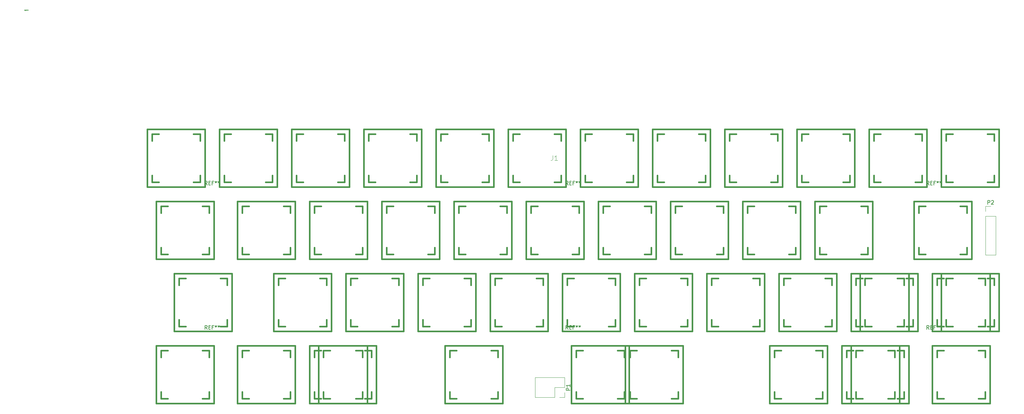
<source format=gbr>
G04 #@! TF.FileFunction,Legend,Top*
%FSLAX46Y46*%
G04 Gerber Fmt 4.6, Leading zero omitted, Abs format (unit mm)*
G04 Created by KiCad (PCBNEW 4.0.6) date 05/07/17 15:54:07*
%MOMM*%
%LPD*%
G01*
G04 APERTURE LIST*
%ADD10C,0.100000*%
%ADD11C,0.381000*%
%ADD12C,0.120000*%
%ADD13C,0.050000*%
%ADD14C,0.150000*%
%ADD15C,0.088900*%
G04 APERTURE END LIST*
D10*
D11*
X157793750Y-103025000D02*
X156015750Y-103025000D01*
X146871750Y-103025000D02*
X145093750Y-103025000D01*
X145093750Y-103025000D02*
X145093750Y-101247000D01*
X145093750Y-92103000D02*
X145093750Y-90325000D01*
X145093750Y-90325000D02*
X146871750Y-90325000D01*
X156015750Y-90325000D02*
X157793750Y-90325000D01*
X157793750Y-90325000D02*
X157793750Y-92103000D01*
X157793750Y-101247000D02*
X157793750Y-103025000D01*
X66195000Y-47145000D02*
X50955000Y-47145000D01*
X50955000Y-47145000D02*
X50955000Y-31905000D01*
X50955000Y-31905000D02*
X66195000Y-31905000D01*
X66195000Y-31905000D02*
X66195000Y-47145000D01*
X104295000Y-47145000D02*
X89055000Y-47145000D01*
X89055000Y-47145000D02*
X89055000Y-31905000D01*
X89055000Y-31905000D02*
X104295000Y-31905000D01*
X104295000Y-31905000D02*
X104295000Y-47145000D01*
X123345000Y-47145000D02*
X108105000Y-47145000D01*
X108105000Y-47145000D02*
X108105000Y-31905000D01*
X108105000Y-31905000D02*
X123345000Y-31905000D01*
X123345000Y-31905000D02*
X123345000Y-47145000D01*
X142395000Y-47145000D02*
X127155000Y-47145000D01*
X127155000Y-47145000D02*
X127155000Y-31905000D01*
X127155000Y-31905000D02*
X142395000Y-31905000D01*
X142395000Y-31905000D02*
X142395000Y-47145000D01*
X161445000Y-47145000D02*
X146205000Y-47145000D01*
X146205000Y-47145000D02*
X146205000Y-31905000D01*
X146205000Y-31905000D02*
X161445000Y-31905000D01*
X161445000Y-31905000D02*
X161445000Y-47145000D01*
X180495000Y-47145000D02*
X165255000Y-47145000D01*
X165255000Y-47145000D02*
X165255000Y-31905000D01*
X165255000Y-31905000D02*
X180495000Y-31905000D01*
X180495000Y-31905000D02*
X180495000Y-47145000D01*
X199545000Y-47145000D02*
X184305000Y-47145000D01*
X184305000Y-47145000D02*
X184305000Y-31905000D01*
X184305000Y-31905000D02*
X199545000Y-31905000D01*
X199545000Y-31905000D02*
X199545000Y-47145000D01*
X218595000Y-47145000D02*
X203355000Y-47145000D01*
X203355000Y-47145000D02*
X203355000Y-31905000D01*
X203355000Y-31905000D02*
X218595000Y-31905000D01*
X218595000Y-31905000D02*
X218595000Y-47145000D01*
X237645000Y-47145000D02*
X222405000Y-47145000D01*
X222405000Y-47145000D02*
X222405000Y-31905000D01*
X222405000Y-31905000D02*
X237645000Y-31905000D01*
X237645000Y-31905000D02*
X237645000Y-47145000D01*
X256695000Y-47145000D02*
X241455000Y-47145000D01*
X241455000Y-47145000D02*
X241455000Y-31905000D01*
X241455000Y-31905000D02*
X256695000Y-31905000D01*
X256695000Y-31905000D02*
X256695000Y-47145000D01*
X49526250Y-66195000D02*
X34286250Y-66195000D01*
X34286250Y-66195000D02*
X34286250Y-50955000D01*
X34286250Y-50955000D02*
X49526250Y-50955000D01*
X49526250Y-50955000D02*
X49526250Y-66195000D01*
X47145000Y-47145000D02*
X31905000Y-47145000D01*
X31905000Y-47145000D02*
X31905000Y-31905000D01*
X31905000Y-31905000D02*
X47145000Y-31905000D01*
X47145000Y-31905000D02*
X47145000Y-47145000D01*
X85245000Y-47145000D02*
X70005000Y-47145000D01*
X70005000Y-47145000D02*
X70005000Y-31905000D01*
X70005000Y-31905000D02*
X85245000Y-31905000D01*
X85245000Y-31905000D02*
X85245000Y-47145000D01*
X70957500Y-66195000D02*
X55717500Y-66195000D01*
X55717500Y-66195000D02*
X55717500Y-50955000D01*
X55717500Y-50955000D02*
X70957500Y-50955000D01*
X70957500Y-50955000D02*
X70957500Y-66195000D01*
X90007500Y-66195000D02*
X74767500Y-66195000D01*
X74767500Y-66195000D02*
X74767500Y-50955000D01*
X74767500Y-50955000D02*
X90007500Y-50955000D01*
X90007500Y-50955000D02*
X90007500Y-66195000D01*
X109057500Y-66195000D02*
X93817500Y-66195000D01*
X93817500Y-66195000D02*
X93817500Y-50955000D01*
X93817500Y-50955000D02*
X109057500Y-50955000D01*
X109057500Y-50955000D02*
X109057500Y-66195000D01*
X128107500Y-66195000D02*
X112867500Y-66195000D01*
X112867500Y-66195000D02*
X112867500Y-50955000D01*
X112867500Y-50955000D02*
X128107500Y-50955000D01*
X128107500Y-50955000D02*
X128107500Y-66195000D01*
X147157500Y-66195000D02*
X131917500Y-66195000D01*
X131917500Y-66195000D02*
X131917500Y-50955000D01*
X131917500Y-50955000D02*
X147157500Y-50955000D01*
X147157500Y-50955000D02*
X147157500Y-66195000D01*
X166207500Y-66195000D02*
X150967500Y-66195000D01*
X150967500Y-66195000D02*
X150967500Y-50955000D01*
X150967500Y-50955000D02*
X166207500Y-50955000D01*
X166207500Y-50955000D02*
X166207500Y-66195000D01*
X185257500Y-66195000D02*
X170017500Y-66195000D01*
X170017500Y-66195000D02*
X170017500Y-50955000D01*
X170017500Y-50955000D02*
X185257500Y-50955000D01*
X185257500Y-50955000D02*
X185257500Y-66195000D01*
X204307500Y-66195000D02*
X189067500Y-66195000D01*
X189067500Y-66195000D02*
X189067500Y-50955000D01*
X189067500Y-50955000D02*
X204307500Y-50955000D01*
X204307500Y-50955000D02*
X204307500Y-66195000D01*
X223357500Y-66195000D02*
X208117500Y-66195000D01*
X208117500Y-66195000D02*
X208117500Y-50955000D01*
X208117500Y-50955000D02*
X223357500Y-50955000D01*
X223357500Y-50955000D02*
X223357500Y-66195000D01*
X249551250Y-66195000D02*
X234311250Y-66195000D01*
X234311250Y-66195000D02*
X234311250Y-50955000D01*
X234311250Y-50955000D02*
X249551250Y-50955000D01*
X249551250Y-50955000D02*
X249551250Y-66195000D01*
X54288750Y-85245000D02*
X39048750Y-85245000D01*
X39048750Y-85245000D02*
X39048750Y-70005000D01*
X39048750Y-70005000D02*
X54288750Y-70005000D01*
X54288750Y-70005000D02*
X54288750Y-85245000D01*
X80482500Y-85245000D02*
X65242500Y-85245000D01*
X65242500Y-85245000D02*
X65242500Y-70005000D01*
X65242500Y-70005000D02*
X80482500Y-70005000D01*
X80482500Y-70005000D02*
X80482500Y-85245000D01*
X99532500Y-85245000D02*
X84292500Y-85245000D01*
X84292500Y-85245000D02*
X84292500Y-70005000D01*
X84292500Y-70005000D02*
X99532500Y-70005000D01*
X99532500Y-70005000D02*
X99532500Y-85245000D01*
X118582500Y-85245000D02*
X103342500Y-85245000D01*
X103342500Y-85245000D02*
X103342500Y-70005000D01*
X103342500Y-70005000D02*
X118582500Y-70005000D01*
X118582500Y-70005000D02*
X118582500Y-85245000D01*
X137632500Y-85245000D02*
X122392500Y-85245000D01*
X122392500Y-85245000D02*
X122392500Y-70005000D01*
X122392500Y-70005000D02*
X137632500Y-70005000D01*
X137632500Y-70005000D02*
X137632500Y-85245000D01*
X156682500Y-85245000D02*
X141442500Y-85245000D01*
X141442500Y-85245000D02*
X141442500Y-70005000D01*
X141442500Y-70005000D02*
X156682500Y-70005000D01*
X156682500Y-70005000D02*
X156682500Y-85245000D01*
X175732500Y-85245000D02*
X160492500Y-85245000D01*
X160492500Y-85245000D02*
X160492500Y-70005000D01*
X160492500Y-70005000D02*
X175732500Y-70005000D01*
X175732500Y-70005000D02*
X175732500Y-85245000D01*
X194782500Y-85245000D02*
X179542500Y-85245000D01*
X179542500Y-85245000D02*
X179542500Y-70005000D01*
X179542500Y-70005000D02*
X194782500Y-70005000D01*
X194782500Y-70005000D02*
X194782500Y-85245000D01*
X213832500Y-85245000D02*
X198592500Y-85245000D01*
X198592500Y-85245000D02*
X198592500Y-70005000D01*
X198592500Y-70005000D02*
X213832500Y-70005000D01*
X213832500Y-70005000D02*
X213832500Y-85245000D01*
X235263750Y-85245000D02*
X220023750Y-85245000D01*
X220023750Y-85245000D02*
X220023750Y-70005000D01*
X220023750Y-70005000D02*
X235263750Y-70005000D01*
X235263750Y-70005000D02*
X235263750Y-85245000D01*
X256695000Y-85245000D02*
X241455000Y-85245000D01*
X241455000Y-85245000D02*
X241455000Y-70005000D01*
X241455000Y-70005000D02*
X256695000Y-70005000D01*
X256695000Y-70005000D02*
X256695000Y-85245000D01*
X49526250Y-104295000D02*
X34286250Y-104295000D01*
X34286250Y-104295000D02*
X34286250Y-89055000D01*
X34286250Y-89055000D02*
X49526250Y-89055000D01*
X49526250Y-89055000D02*
X49526250Y-104295000D01*
X70957500Y-104295000D02*
X55717500Y-104295000D01*
X55717500Y-104295000D02*
X55717500Y-89055000D01*
X55717500Y-89055000D02*
X70957500Y-89055000D01*
X70957500Y-89055000D02*
X70957500Y-104295000D01*
X90007500Y-104295000D02*
X74767500Y-104295000D01*
X74767500Y-104295000D02*
X74767500Y-89055000D01*
X74767500Y-89055000D02*
X90007500Y-89055000D01*
X90007500Y-89055000D02*
X90007500Y-104295000D01*
X125726250Y-104295000D02*
X110486250Y-104295000D01*
X110486250Y-104295000D02*
X110486250Y-89055000D01*
X110486250Y-89055000D02*
X125726250Y-89055000D01*
X125726250Y-89055000D02*
X125726250Y-104295000D01*
X159063750Y-104295000D02*
X143823750Y-104295000D01*
X143823750Y-104295000D02*
X143823750Y-89055000D01*
X143823750Y-89055000D02*
X159063750Y-89055000D01*
X159063750Y-89055000D02*
X159063750Y-104295000D01*
X211451250Y-104295000D02*
X196211250Y-104295000D01*
X196211250Y-104295000D02*
X196211250Y-89055000D01*
X196211250Y-89055000D02*
X211451250Y-89055000D01*
X211451250Y-89055000D02*
X211451250Y-104295000D01*
X230501250Y-104295000D02*
X215261250Y-104295000D01*
X215261250Y-104295000D02*
X215261250Y-89055000D01*
X215261250Y-89055000D02*
X230501250Y-89055000D01*
X230501250Y-89055000D02*
X230501250Y-104295000D01*
X254313750Y-104295000D02*
X239073750Y-104295000D01*
X239073750Y-104295000D02*
X239073750Y-89055000D01*
X239073750Y-89055000D02*
X254313750Y-89055000D01*
X254313750Y-89055000D02*
X254313750Y-104295000D01*
X232882500Y-85245000D02*
X217642500Y-85245000D01*
X217642500Y-85245000D02*
X217642500Y-70005000D01*
X217642500Y-70005000D02*
X232882500Y-70005000D01*
X232882500Y-70005000D02*
X232882500Y-85245000D01*
X254313750Y-85245000D02*
X239073750Y-85245000D01*
X239073750Y-85245000D02*
X239073750Y-70005000D01*
X239073750Y-70005000D02*
X254313750Y-70005000D01*
X254313750Y-70005000D02*
X254313750Y-85245000D01*
X92388750Y-104295000D02*
X77148750Y-104295000D01*
X77148750Y-104295000D02*
X77148750Y-89055000D01*
X77148750Y-89055000D02*
X92388750Y-89055000D01*
X92388750Y-89055000D02*
X92388750Y-104295000D01*
X173351250Y-104295000D02*
X158111250Y-104295000D01*
X158111250Y-104295000D02*
X158111250Y-89055000D01*
X158111250Y-89055000D02*
X173351250Y-89055000D01*
X173351250Y-89055000D02*
X173351250Y-104295000D01*
X232882500Y-104295000D02*
X217642500Y-104295000D01*
X217642500Y-104295000D02*
X217642500Y-89055000D01*
X217642500Y-89055000D02*
X232882500Y-89055000D01*
X232882500Y-89055000D02*
X232882500Y-104295000D01*
D12*
X139446000Y-102676000D02*
X134306000Y-102676000D01*
X134306000Y-102676000D02*
X134306000Y-97476000D01*
X134306000Y-97476000D02*
X142046000Y-97476000D01*
X142046000Y-97476000D02*
X142046000Y-100076000D01*
X142046000Y-100076000D02*
X139446000Y-100076000D01*
X139446000Y-100076000D02*
X139446000Y-102676000D01*
X140716000Y-102676000D02*
X142046000Y-102676000D01*
X142046000Y-102676000D02*
X142046000Y-101406000D01*
X253178000Y-54864000D02*
X253178000Y-65084000D01*
X253178000Y-65084000D02*
X255838000Y-65084000D01*
X255838000Y-65084000D02*
X255838000Y-54864000D01*
X255838000Y-54864000D02*
X253178000Y-54864000D01*
X253178000Y-53594000D02*
X253178000Y-52264000D01*
X253178000Y-52264000D02*
X254508000Y-52264000D01*
D11*
X45875000Y-45875000D02*
X44097000Y-45875000D01*
X34953000Y-45875000D02*
X33175000Y-45875000D01*
X33175000Y-45875000D02*
X33175000Y-44097000D01*
X33175000Y-34953000D02*
X33175000Y-33175000D01*
X33175000Y-33175000D02*
X34953000Y-33175000D01*
X44097000Y-33175000D02*
X45875000Y-33175000D01*
X45875000Y-33175000D02*
X45875000Y-34953000D01*
X45875000Y-44097000D02*
X45875000Y-45875000D01*
X64925000Y-45875000D02*
X63147000Y-45875000D01*
X54003000Y-45875000D02*
X52225000Y-45875000D01*
X52225000Y-45875000D02*
X52225000Y-44097000D01*
X52225000Y-34953000D02*
X52225000Y-33175000D01*
X52225000Y-33175000D02*
X54003000Y-33175000D01*
X63147000Y-33175000D02*
X64925000Y-33175000D01*
X64925000Y-33175000D02*
X64925000Y-34953000D01*
X64925000Y-44097000D02*
X64925000Y-45875000D01*
X83975000Y-45875000D02*
X82197000Y-45875000D01*
X73053000Y-45875000D02*
X71275000Y-45875000D01*
X71275000Y-45875000D02*
X71275000Y-44097000D01*
X71275000Y-34953000D02*
X71275000Y-33175000D01*
X71275000Y-33175000D02*
X73053000Y-33175000D01*
X82197000Y-33175000D02*
X83975000Y-33175000D01*
X83975000Y-33175000D02*
X83975000Y-34953000D01*
X83975000Y-44097000D02*
X83975000Y-45875000D01*
X103025000Y-45875000D02*
X101247000Y-45875000D01*
X92103000Y-45875000D02*
X90325000Y-45875000D01*
X90325000Y-45875000D02*
X90325000Y-44097000D01*
X90325000Y-34953000D02*
X90325000Y-33175000D01*
X90325000Y-33175000D02*
X92103000Y-33175000D01*
X101247000Y-33175000D02*
X103025000Y-33175000D01*
X103025000Y-33175000D02*
X103025000Y-34953000D01*
X103025000Y-44097000D02*
X103025000Y-45875000D01*
X122075000Y-45875000D02*
X120297000Y-45875000D01*
X111153000Y-45875000D02*
X109375000Y-45875000D01*
X109375000Y-45875000D02*
X109375000Y-44097000D01*
X109375000Y-34953000D02*
X109375000Y-33175000D01*
X109375000Y-33175000D02*
X111153000Y-33175000D01*
X120297000Y-33175000D02*
X122075000Y-33175000D01*
X122075000Y-33175000D02*
X122075000Y-34953000D01*
X122075000Y-44097000D02*
X122075000Y-45875000D01*
X141125000Y-45875000D02*
X139347000Y-45875000D01*
X130203000Y-45875000D02*
X128425000Y-45875000D01*
X128425000Y-45875000D02*
X128425000Y-44097000D01*
X128425000Y-34953000D02*
X128425000Y-33175000D01*
X128425000Y-33175000D02*
X130203000Y-33175000D01*
X139347000Y-33175000D02*
X141125000Y-33175000D01*
X141125000Y-33175000D02*
X141125000Y-34953000D01*
X141125000Y-44097000D02*
X141125000Y-45875000D01*
X160175000Y-45875000D02*
X158397000Y-45875000D01*
X149253000Y-45875000D02*
X147475000Y-45875000D01*
X147475000Y-45875000D02*
X147475000Y-44097000D01*
X147475000Y-34953000D02*
X147475000Y-33175000D01*
X147475000Y-33175000D02*
X149253000Y-33175000D01*
X158397000Y-33175000D02*
X160175000Y-33175000D01*
X160175000Y-33175000D02*
X160175000Y-34953000D01*
X160175000Y-44097000D02*
X160175000Y-45875000D01*
X179225000Y-45875000D02*
X177447000Y-45875000D01*
X168303000Y-45875000D02*
X166525000Y-45875000D01*
X166525000Y-45875000D02*
X166525000Y-44097000D01*
X166525000Y-34953000D02*
X166525000Y-33175000D01*
X166525000Y-33175000D02*
X168303000Y-33175000D01*
X177447000Y-33175000D02*
X179225000Y-33175000D01*
X179225000Y-33175000D02*
X179225000Y-34953000D01*
X179225000Y-44097000D02*
X179225000Y-45875000D01*
X198275000Y-45875000D02*
X196497000Y-45875000D01*
X187353000Y-45875000D02*
X185575000Y-45875000D01*
X185575000Y-45875000D02*
X185575000Y-44097000D01*
X185575000Y-34953000D02*
X185575000Y-33175000D01*
X185575000Y-33175000D02*
X187353000Y-33175000D01*
X196497000Y-33175000D02*
X198275000Y-33175000D01*
X198275000Y-33175000D02*
X198275000Y-34953000D01*
X198275000Y-44097000D02*
X198275000Y-45875000D01*
X217325000Y-45875000D02*
X215547000Y-45875000D01*
X206403000Y-45875000D02*
X204625000Y-45875000D01*
X204625000Y-45875000D02*
X204625000Y-44097000D01*
X204625000Y-34953000D02*
X204625000Y-33175000D01*
X204625000Y-33175000D02*
X206403000Y-33175000D01*
X215547000Y-33175000D02*
X217325000Y-33175000D01*
X217325000Y-33175000D02*
X217325000Y-34953000D01*
X217325000Y-44097000D02*
X217325000Y-45875000D01*
X236375000Y-45875000D02*
X234597000Y-45875000D01*
X225453000Y-45875000D02*
X223675000Y-45875000D01*
X223675000Y-45875000D02*
X223675000Y-44097000D01*
X223675000Y-34953000D02*
X223675000Y-33175000D01*
X223675000Y-33175000D02*
X225453000Y-33175000D01*
X234597000Y-33175000D02*
X236375000Y-33175000D01*
X236375000Y-33175000D02*
X236375000Y-34953000D01*
X236375000Y-44097000D02*
X236375000Y-45875000D01*
X48256250Y-64925000D02*
X46478250Y-64925000D01*
X37334250Y-64925000D02*
X35556250Y-64925000D01*
X35556250Y-64925000D02*
X35556250Y-63147000D01*
X35556250Y-54003000D02*
X35556250Y-52225000D01*
X35556250Y-52225000D02*
X37334250Y-52225000D01*
X46478250Y-52225000D02*
X48256250Y-52225000D01*
X48256250Y-52225000D02*
X48256250Y-54003000D01*
X48256250Y-63147000D02*
X48256250Y-64925000D01*
X69687500Y-64925000D02*
X67909500Y-64925000D01*
X58765500Y-64925000D02*
X56987500Y-64925000D01*
X56987500Y-64925000D02*
X56987500Y-63147000D01*
X56987500Y-54003000D02*
X56987500Y-52225000D01*
X56987500Y-52225000D02*
X58765500Y-52225000D01*
X67909500Y-52225000D02*
X69687500Y-52225000D01*
X69687500Y-52225000D02*
X69687500Y-54003000D01*
X69687500Y-63147000D02*
X69687500Y-64925000D01*
X88737500Y-64925000D02*
X86959500Y-64925000D01*
X77815500Y-64925000D02*
X76037500Y-64925000D01*
X76037500Y-64925000D02*
X76037500Y-63147000D01*
X76037500Y-54003000D02*
X76037500Y-52225000D01*
X76037500Y-52225000D02*
X77815500Y-52225000D01*
X86959500Y-52225000D02*
X88737500Y-52225000D01*
X88737500Y-52225000D02*
X88737500Y-54003000D01*
X88737500Y-63147000D02*
X88737500Y-64925000D01*
X107787500Y-64925000D02*
X106009500Y-64925000D01*
X96865500Y-64925000D02*
X95087500Y-64925000D01*
X95087500Y-64925000D02*
X95087500Y-63147000D01*
X95087500Y-54003000D02*
X95087500Y-52225000D01*
X95087500Y-52225000D02*
X96865500Y-52225000D01*
X106009500Y-52225000D02*
X107787500Y-52225000D01*
X107787500Y-52225000D02*
X107787500Y-54003000D01*
X107787500Y-63147000D02*
X107787500Y-64925000D01*
X126837500Y-64925000D02*
X125059500Y-64925000D01*
X115915500Y-64925000D02*
X114137500Y-64925000D01*
X114137500Y-64925000D02*
X114137500Y-63147000D01*
X114137500Y-54003000D02*
X114137500Y-52225000D01*
X114137500Y-52225000D02*
X115915500Y-52225000D01*
X125059500Y-52225000D02*
X126837500Y-52225000D01*
X126837500Y-52225000D02*
X126837500Y-54003000D01*
X126837500Y-63147000D02*
X126837500Y-64925000D01*
X145887500Y-64925000D02*
X144109500Y-64925000D01*
X134965500Y-64925000D02*
X133187500Y-64925000D01*
X133187500Y-64925000D02*
X133187500Y-63147000D01*
X133187500Y-54003000D02*
X133187500Y-52225000D01*
X133187500Y-52225000D02*
X134965500Y-52225000D01*
X144109500Y-52225000D02*
X145887500Y-52225000D01*
X145887500Y-52225000D02*
X145887500Y-54003000D01*
X145887500Y-63147000D02*
X145887500Y-64925000D01*
X164937500Y-64925000D02*
X163159500Y-64925000D01*
X154015500Y-64925000D02*
X152237500Y-64925000D01*
X152237500Y-64925000D02*
X152237500Y-63147000D01*
X152237500Y-54003000D02*
X152237500Y-52225000D01*
X152237500Y-52225000D02*
X154015500Y-52225000D01*
X163159500Y-52225000D02*
X164937500Y-52225000D01*
X164937500Y-52225000D02*
X164937500Y-54003000D01*
X164937500Y-63147000D02*
X164937500Y-64925000D01*
X183987500Y-64925000D02*
X182209500Y-64925000D01*
X173065500Y-64925000D02*
X171287500Y-64925000D01*
X171287500Y-64925000D02*
X171287500Y-63147000D01*
X171287500Y-54003000D02*
X171287500Y-52225000D01*
X171287500Y-52225000D02*
X173065500Y-52225000D01*
X182209500Y-52225000D02*
X183987500Y-52225000D01*
X183987500Y-52225000D02*
X183987500Y-54003000D01*
X183987500Y-63147000D02*
X183987500Y-64925000D01*
X203037500Y-64925000D02*
X201259500Y-64925000D01*
X192115500Y-64925000D02*
X190337500Y-64925000D01*
X190337500Y-64925000D02*
X190337500Y-63147000D01*
X190337500Y-54003000D02*
X190337500Y-52225000D01*
X190337500Y-52225000D02*
X192115500Y-52225000D01*
X201259500Y-52225000D02*
X203037500Y-52225000D01*
X203037500Y-52225000D02*
X203037500Y-54003000D01*
X203037500Y-63147000D02*
X203037500Y-64925000D01*
X222087500Y-64925000D02*
X220309500Y-64925000D01*
X211165500Y-64925000D02*
X209387500Y-64925000D01*
X209387500Y-64925000D02*
X209387500Y-63147000D01*
X209387500Y-54003000D02*
X209387500Y-52225000D01*
X209387500Y-52225000D02*
X211165500Y-52225000D01*
X220309500Y-52225000D02*
X222087500Y-52225000D01*
X222087500Y-52225000D02*
X222087500Y-54003000D01*
X222087500Y-63147000D02*
X222087500Y-64925000D01*
X248281250Y-64925000D02*
X246503250Y-64925000D01*
X237359250Y-64925000D02*
X235581250Y-64925000D01*
X235581250Y-64925000D02*
X235581250Y-63147000D01*
X235581250Y-54003000D02*
X235581250Y-52225000D01*
X235581250Y-52225000D02*
X237359250Y-52225000D01*
X246503250Y-52225000D02*
X248281250Y-52225000D01*
X248281250Y-52225000D02*
X248281250Y-54003000D01*
X248281250Y-63147000D02*
X248281250Y-64925000D01*
X53018750Y-83975000D02*
X51240750Y-83975000D01*
X42096750Y-83975000D02*
X40318750Y-83975000D01*
X40318750Y-83975000D02*
X40318750Y-82197000D01*
X40318750Y-73053000D02*
X40318750Y-71275000D01*
X40318750Y-71275000D02*
X42096750Y-71275000D01*
X51240750Y-71275000D02*
X53018750Y-71275000D01*
X53018750Y-71275000D02*
X53018750Y-73053000D01*
X53018750Y-82197000D02*
X53018750Y-83975000D01*
X79212500Y-83975000D02*
X77434500Y-83975000D01*
X68290500Y-83975000D02*
X66512500Y-83975000D01*
X66512500Y-83975000D02*
X66512500Y-82197000D01*
X66512500Y-73053000D02*
X66512500Y-71275000D01*
X66512500Y-71275000D02*
X68290500Y-71275000D01*
X77434500Y-71275000D02*
X79212500Y-71275000D01*
X79212500Y-71275000D02*
X79212500Y-73053000D01*
X79212500Y-82197000D02*
X79212500Y-83975000D01*
X98262500Y-83975000D02*
X96484500Y-83975000D01*
X87340500Y-83975000D02*
X85562500Y-83975000D01*
X85562500Y-83975000D02*
X85562500Y-82197000D01*
X85562500Y-73053000D02*
X85562500Y-71275000D01*
X85562500Y-71275000D02*
X87340500Y-71275000D01*
X96484500Y-71275000D02*
X98262500Y-71275000D01*
X98262500Y-71275000D02*
X98262500Y-73053000D01*
X98262500Y-82197000D02*
X98262500Y-83975000D01*
X117312500Y-83975000D02*
X115534500Y-83975000D01*
X106390500Y-83975000D02*
X104612500Y-83975000D01*
X104612500Y-83975000D02*
X104612500Y-82197000D01*
X104612500Y-73053000D02*
X104612500Y-71275000D01*
X104612500Y-71275000D02*
X106390500Y-71275000D01*
X115534500Y-71275000D02*
X117312500Y-71275000D01*
X117312500Y-71275000D02*
X117312500Y-73053000D01*
X117312500Y-82197000D02*
X117312500Y-83975000D01*
X136362500Y-83975000D02*
X134584500Y-83975000D01*
X125440500Y-83975000D02*
X123662500Y-83975000D01*
X123662500Y-83975000D02*
X123662500Y-82197000D01*
X123662500Y-73053000D02*
X123662500Y-71275000D01*
X123662500Y-71275000D02*
X125440500Y-71275000D01*
X134584500Y-71275000D02*
X136362500Y-71275000D01*
X136362500Y-71275000D02*
X136362500Y-73053000D01*
X136362500Y-82197000D02*
X136362500Y-83975000D01*
X155412500Y-83975000D02*
X153634500Y-83975000D01*
X144490500Y-83975000D02*
X142712500Y-83975000D01*
X142712500Y-83975000D02*
X142712500Y-82197000D01*
X142712500Y-73053000D02*
X142712500Y-71275000D01*
X142712500Y-71275000D02*
X144490500Y-71275000D01*
X153634500Y-71275000D02*
X155412500Y-71275000D01*
X155412500Y-71275000D02*
X155412500Y-73053000D01*
X155412500Y-82197000D02*
X155412500Y-83975000D01*
X174462500Y-83975000D02*
X172684500Y-83975000D01*
X163540500Y-83975000D02*
X161762500Y-83975000D01*
X161762500Y-83975000D02*
X161762500Y-82197000D01*
X161762500Y-73053000D02*
X161762500Y-71275000D01*
X161762500Y-71275000D02*
X163540500Y-71275000D01*
X172684500Y-71275000D02*
X174462500Y-71275000D01*
X174462500Y-71275000D02*
X174462500Y-73053000D01*
X174462500Y-82197000D02*
X174462500Y-83975000D01*
X193512500Y-83975000D02*
X191734500Y-83975000D01*
X182590500Y-83975000D02*
X180812500Y-83975000D01*
X180812500Y-83975000D02*
X180812500Y-82197000D01*
X180812500Y-73053000D02*
X180812500Y-71275000D01*
X180812500Y-71275000D02*
X182590500Y-71275000D01*
X191734500Y-71275000D02*
X193512500Y-71275000D01*
X193512500Y-71275000D02*
X193512500Y-73053000D01*
X193512500Y-82197000D02*
X193512500Y-83975000D01*
X212562500Y-83975000D02*
X210784500Y-83975000D01*
X201640500Y-83975000D02*
X199862500Y-83975000D01*
X199862500Y-83975000D02*
X199862500Y-82197000D01*
X199862500Y-73053000D02*
X199862500Y-71275000D01*
X199862500Y-71275000D02*
X201640500Y-71275000D01*
X210784500Y-71275000D02*
X212562500Y-71275000D01*
X212562500Y-71275000D02*
X212562500Y-73053000D01*
X212562500Y-82197000D02*
X212562500Y-83975000D01*
X233993750Y-83975000D02*
X232215750Y-83975000D01*
X223071750Y-83975000D02*
X221293750Y-83975000D01*
X221293750Y-83975000D02*
X221293750Y-82197000D01*
X221293750Y-73053000D02*
X221293750Y-71275000D01*
X221293750Y-71275000D02*
X223071750Y-71275000D01*
X232215750Y-71275000D02*
X233993750Y-71275000D01*
X233993750Y-71275000D02*
X233993750Y-73053000D01*
X233993750Y-82197000D02*
X233993750Y-83975000D01*
X255425000Y-83975000D02*
X253647000Y-83975000D01*
X244503000Y-83975000D02*
X242725000Y-83975000D01*
X242725000Y-83975000D02*
X242725000Y-82197000D01*
X242725000Y-73053000D02*
X242725000Y-71275000D01*
X242725000Y-71275000D02*
X244503000Y-71275000D01*
X253647000Y-71275000D02*
X255425000Y-71275000D01*
X255425000Y-71275000D02*
X255425000Y-73053000D01*
X255425000Y-82197000D02*
X255425000Y-83975000D01*
X48256250Y-103025000D02*
X46478250Y-103025000D01*
X37334250Y-103025000D02*
X35556250Y-103025000D01*
X35556250Y-103025000D02*
X35556250Y-101247000D01*
X35556250Y-92103000D02*
X35556250Y-90325000D01*
X35556250Y-90325000D02*
X37334250Y-90325000D01*
X46478250Y-90325000D02*
X48256250Y-90325000D01*
X48256250Y-90325000D02*
X48256250Y-92103000D01*
X48256250Y-101247000D02*
X48256250Y-103025000D01*
X69687500Y-103025000D02*
X67909500Y-103025000D01*
X58765500Y-103025000D02*
X56987500Y-103025000D01*
X56987500Y-103025000D02*
X56987500Y-101247000D01*
X56987500Y-92103000D02*
X56987500Y-90325000D01*
X56987500Y-90325000D02*
X58765500Y-90325000D01*
X67909500Y-90325000D02*
X69687500Y-90325000D01*
X69687500Y-90325000D02*
X69687500Y-92103000D01*
X69687500Y-101247000D02*
X69687500Y-103025000D01*
X88737500Y-103025000D02*
X86959500Y-103025000D01*
X77815500Y-103025000D02*
X76037500Y-103025000D01*
X76037500Y-103025000D02*
X76037500Y-101247000D01*
X76037500Y-92103000D02*
X76037500Y-90325000D01*
X76037500Y-90325000D02*
X77815500Y-90325000D01*
X86959500Y-90325000D02*
X88737500Y-90325000D01*
X88737500Y-90325000D02*
X88737500Y-92103000D01*
X88737500Y-101247000D02*
X88737500Y-103025000D01*
X210181250Y-103025000D02*
X208403250Y-103025000D01*
X199259250Y-103025000D02*
X197481250Y-103025000D01*
X197481250Y-103025000D02*
X197481250Y-101247000D01*
X197481250Y-92103000D02*
X197481250Y-90325000D01*
X197481250Y-90325000D02*
X199259250Y-90325000D01*
X208403250Y-90325000D02*
X210181250Y-90325000D01*
X210181250Y-90325000D02*
X210181250Y-92103000D01*
X210181250Y-101247000D02*
X210181250Y-103025000D01*
X229231250Y-103025000D02*
X227453250Y-103025000D01*
X218309250Y-103025000D02*
X216531250Y-103025000D01*
X216531250Y-103025000D02*
X216531250Y-101247000D01*
X216531250Y-92103000D02*
X216531250Y-90325000D01*
X216531250Y-90325000D02*
X218309250Y-90325000D01*
X227453250Y-90325000D02*
X229231250Y-90325000D01*
X229231250Y-90325000D02*
X229231250Y-92103000D01*
X229231250Y-101247000D02*
X229231250Y-103025000D01*
X253043750Y-103025000D02*
X251265750Y-103025000D01*
X242121750Y-103025000D02*
X240343750Y-103025000D01*
X240343750Y-103025000D02*
X240343750Y-101247000D01*
X240343750Y-92103000D02*
X240343750Y-90325000D01*
X240343750Y-90325000D02*
X242121750Y-90325000D01*
X251265750Y-90325000D02*
X253043750Y-90325000D01*
X253043750Y-90325000D02*
X253043750Y-92103000D01*
X253043750Y-101247000D02*
X253043750Y-103025000D01*
X255425000Y-45875000D02*
X253647000Y-45875000D01*
X244503000Y-45875000D02*
X242725000Y-45875000D01*
X242725000Y-45875000D02*
X242725000Y-44097000D01*
X242725000Y-34953000D02*
X242725000Y-33175000D01*
X242725000Y-33175000D02*
X244503000Y-33175000D01*
X253647000Y-33175000D02*
X255425000Y-33175000D01*
X255425000Y-33175000D02*
X255425000Y-34953000D01*
X255425000Y-44097000D02*
X255425000Y-45875000D01*
X231612500Y-83975000D02*
X229834500Y-83975000D01*
X220690500Y-83975000D02*
X218912500Y-83975000D01*
X218912500Y-83975000D02*
X218912500Y-82197000D01*
X218912500Y-73053000D02*
X218912500Y-71275000D01*
X218912500Y-71275000D02*
X220690500Y-71275000D01*
X229834500Y-71275000D02*
X231612500Y-71275000D01*
X231612500Y-71275000D02*
X231612500Y-73053000D01*
X231612500Y-82197000D02*
X231612500Y-83975000D01*
X253043750Y-83975000D02*
X251265750Y-83975000D01*
X242121750Y-83975000D02*
X240343750Y-83975000D01*
X240343750Y-83975000D02*
X240343750Y-82197000D01*
X240343750Y-73053000D02*
X240343750Y-71275000D01*
X240343750Y-71275000D02*
X242121750Y-71275000D01*
X251265750Y-71275000D02*
X253043750Y-71275000D01*
X253043750Y-71275000D02*
X253043750Y-73053000D01*
X253043750Y-82197000D02*
X253043750Y-83975000D01*
X91118750Y-103025000D02*
X89340750Y-103025000D01*
X80196750Y-103025000D02*
X78418750Y-103025000D01*
X78418750Y-103025000D02*
X78418750Y-101247000D01*
X78418750Y-92103000D02*
X78418750Y-90325000D01*
X78418750Y-90325000D02*
X80196750Y-90325000D01*
X89340750Y-90325000D02*
X91118750Y-90325000D01*
X91118750Y-90325000D02*
X91118750Y-92103000D01*
X91118750Y-101247000D02*
X91118750Y-103025000D01*
X231612500Y-103025000D02*
X229834500Y-103025000D01*
X220690500Y-103025000D02*
X218912500Y-103025000D01*
X218912500Y-103025000D02*
X218912500Y-101247000D01*
X218912500Y-92103000D02*
X218912500Y-90325000D01*
X218912500Y-90325000D02*
X220690500Y-90325000D01*
X229834500Y-90325000D02*
X231612500Y-90325000D01*
X231612500Y-90325000D02*
X231612500Y-92103000D01*
X231612500Y-101247000D02*
X231612500Y-103025000D01*
X124456250Y-103025000D02*
X122678250Y-103025000D01*
X113534250Y-103025000D02*
X111756250Y-103025000D01*
X111756250Y-103025000D02*
X111756250Y-101247000D01*
X111756250Y-92103000D02*
X111756250Y-90325000D01*
X111756250Y-90325000D02*
X113534250Y-90325000D01*
X122678250Y-90325000D02*
X124456250Y-90325000D01*
X124456250Y-90325000D02*
X124456250Y-92103000D01*
X124456250Y-101247000D02*
X124456250Y-103025000D01*
X172081250Y-103025000D02*
X170303250Y-103025000D01*
X161159250Y-103025000D02*
X159381250Y-103025000D01*
X159381250Y-103025000D02*
X159381250Y-101247000D01*
X159381250Y-92103000D02*
X159381250Y-90325000D01*
X159381250Y-90325000D02*
X161159250Y-90325000D01*
X170303250Y-90325000D02*
X172081250Y-90325000D01*
X172081250Y-90325000D02*
X172081250Y-92103000D01*
X172081250Y-101247000D02*
X172081250Y-103025000D01*
D13*
X-333333Y-613095D02*
X-416666Y-494048D01*
X-476190Y-613095D02*
X-476190Y-363095D01*
X-380952Y-363095D01*
X-357143Y-375000D01*
X-345238Y-386905D01*
X-333333Y-410714D01*
X-333333Y-446429D01*
X-345238Y-470238D01*
X-357143Y-482143D01*
X-380952Y-494048D01*
X-476190Y-494048D01*
X-226190Y-482143D02*
X-142857Y-482143D01*
X-107143Y-613095D02*
X-226190Y-613095D01*
X-226190Y-363095D01*
X-107143Y-363095D01*
X83333Y-482143D02*
X0Y-482143D01*
X0Y-613095D02*
X0Y-363095D01*
X119047Y-363095D01*
X250000Y-363095D02*
X250000Y-422619D01*
X190476Y-398810D02*
X250000Y-422619D01*
X309524Y-398810D01*
X214286Y-470238D02*
X250000Y-422619D01*
X285714Y-470238D01*
X440476Y-363095D02*
X440476Y-422619D01*
X380952Y-398810D02*
X440476Y-422619D01*
X500000Y-398810D01*
X404762Y-470238D02*
X440476Y-422619D01*
X476190Y-470238D01*
D14*
X47716667Y-84702381D02*
X47383333Y-84226190D01*
X47145238Y-84702381D02*
X47145238Y-83702381D01*
X47526191Y-83702381D01*
X47621429Y-83750000D01*
X47669048Y-83797619D01*
X47716667Y-83892857D01*
X47716667Y-84035714D01*
X47669048Y-84130952D01*
X47621429Y-84178571D01*
X47526191Y-84226190D01*
X47145238Y-84226190D01*
X48145238Y-84178571D02*
X48478572Y-84178571D01*
X48621429Y-84702381D02*
X48145238Y-84702381D01*
X48145238Y-83702381D01*
X48621429Y-83702381D01*
X49383334Y-84178571D02*
X49050000Y-84178571D01*
X49050000Y-84702381D02*
X49050000Y-83702381D01*
X49526191Y-83702381D01*
X50050000Y-83702381D02*
X50050000Y-83940476D01*
X49811905Y-83845238D02*
X50050000Y-83940476D01*
X50288096Y-83845238D01*
X49907143Y-84130952D02*
X50050000Y-83940476D01*
X50192858Y-84130952D01*
X50811905Y-83702381D02*
X50811905Y-83940476D01*
X50573810Y-83845238D02*
X50811905Y-83940476D01*
X51050001Y-83845238D01*
X50669048Y-84130952D02*
X50811905Y-83940476D01*
X50954763Y-84130952D01*
X142966667Y-84702381D02*
X142633333Y-84226190D01*
X142395238Y-84702381D02*
X142395238Y-83702381D01*
X142776191Y-83702381D01*
X142871429Y-83750000D01*
X142919048Y-83797619D01*
X142966667Y-83892857D01*
X142966667Y-84035714D01*
X142919048Y-84130952D01*
X142871429Y-84178571D01*
X142776191Y-84226190D01*
X142395238Y-84226190D01*
X143395238Y-84178571D02*
X143728572Y-84178571D01*
X143871429Y-84702381D02*
X143395238Y-84702381D01*
X143395238Y-83702381D01*
X143871429Y-83702381D01*
X144633334Y-84178571D02*
X144300000Y-84178571D01*
X144300000Y-84702381D02*
X144300000Y-83702381D01*
X144776191Y-83702381D01*
X145300000Y-83702381D02*
X145300000Y-83940476D01*
X145061905Y-83845238D02*
X145300000Y-83940476D01*
X145538096Y-83845238D01*
X145157143Y-84130952D02*
X145300000Y-83940476D01*
X145442858Y-84130952D01*
X146061905Y-83702381D02*
X146061905Y-83940476D01*
X145823810Y-83845238D02*
X146061905Y-83940476D01*
X146300001Y-83845238D01*
X145919048Y-84130952D02*
X146061905Y-83940476D01*
X146204763Y-84130952D01*
X238216667Y-84702381D02*
X237883333Y-84226190D01*
X237645238Y-84702381D02*
X237645238Y-83702381D01*
X238026191Y-83702381D01*
X238121429Y-83750000D01*
X238169048Y-83797619D01*
X238216667Y-83892857D01*
X238216667Y-84035714D01*
X238169048Y-84130952D01*
X238121429Y-84178571D01*
X238026191Y-84226190D01*
X237645238Y-84226190D01*
X238645238Y-84178571D02*
X238978572Y-84178571D01*
X239121429Y-84702381D02*
X238645238Y-84702381D01*
X238645238Y-83702381D01*
X239121429Y-83702381D01*
X239883334Y-84178571D02*
X239550000Y-84178571D01*
X239550000Y-84702381D02*
X239550000Y-83702381D01*
X240026191Y-83702381D01*
X240550000Y-83702381D02*
X240550000Y-83940476D01*
X240311905Y-83845238D02*
X240550000Y-83940476D01*
X240788096Y-83845238D01*
X240407143Y-84130952D02*
X240550000Y-83940476D01*
X240692858Y-84130952D01*
X241311905Y-83702381D02*
X241311905Y-83940476D01*
X241073810Y-83845238D02*
X241311905Y-83940476D01*
X241550001Y-83845238D01*
X241169048Y-84130952D02*
X241311905Y-83940476D01*
X241454763Y-84130952D01*
X238216667Y-46602381D02*
X237883333Y-46126190D01*
X237645238Y-46602381D02*
X237645238Y-45602381D01*
X238026191Y-45602381D01*
X238121429Y-45650000D01*
X238169048Y-45697619D01*
X238216667Y-45792857D01*
X238216667Y-45935714D01*
X238169048Y-46030952D01*
X238121429Y-46078571D01*
X238026191Y-46126190D01*
X237645238Y-46126190D01*
X238645238Y-46078571D02*
X238978572Y-46078571D01*
X239121429Y-46602381D02*
X238645238Y-46602381D01*
X238645238Y-45602381D01*
X239121429Y-45602381D01*
X239883334Y-46078571D02*
X239550000Y-46078571D01*
X239550000Y-46602381D02*
X239550000Y-45602381D01*
X240026191Y-45602381D01*
X240550000Y-45602381D02*
X240550000Y-45840476D01*
X240311905Y-45745238D02*
X240550000Y-45840476D01*
X240788096Y-45745238D01*
X240407143Y-46030952D02*
X240550000Y-45840476D01*
X240692858Y-46030952D01*
X241311905Y-45602381D02*
X241311905Y-45840476D01*
X241073810Y-45745238D02*
X241311905Y-45840476D01*
X241550001Y-45745238D01*
X241169048Y-46030952D02*
X241311905Y-45840476D01*
X241454763Y-46030952D01*
X142966667Y-46602381D02*
X142633333Y-46126190D01*
X142395238Y-46602381D02*
X142395238Y-45602381D01*
X142776191Y-45602381D01*
X142871429Y-45650000D01*
X142919048Y-45697619D01*
X142966667Y-45792857D01*
X142966667Y-45935714D01*
X142919048Y-46030952D01*
X142871429Y-46078571D01*
X142776191Y-46126190D01*
X142395238Y-46126190D01*
X143395238Y-46078571D02*
X143728572Y-46078571D01*
X143871429Y-46602381D02*
X143395238Y-46602381D01*
X143395238Y-45602381D01*
X143871429Y-45602381D01*
X144633334Y-46078571D02*
X144300000Y-46078571D01*
X144300000Y-46602381D02*
X144300000Y-45602381D01*
X144776191Y-45602381D01*
X145300000Y-45602381D02*
X145300000Y-45840476D01*
X145061905Y-45745238D02*
X145300000Y-45840476D01*
X145538096Y-45745238D01*
X145157143Y-46030952D02*
X145300000Y-45840476D01*
X145442858Y-46030952D01*
X146061905Y-45602381D02*
X146061905Y-45840476D01*
X145823810Y-45745238D02*
X146061905Y-45840476D01*
X146300001Y-45745238D01*
X145919048Y-46030952D02*
X146061905Y-45840476D01*
X146204763Y-46030952D01*
D15*
X138921067Y-38822684D02*
X138921067Y-39729827D01*
X138860591Y-39911255D01*
X138739639Y-40032208D01*
X138558210Y-40092684D01*
X138437258Y-40092684D01*
X140191067Y-40092684D02*
X139465353Y-40092684D01*
X139828210Y-40092684D02*
X139828210Y-38822684D01*
X139707258Y-39004112D01*
X139586305Y-39125065D01*
X139465353Y-39185541D01*
D14*
X143498381Y-100814095D02*
X142498381Y-100814095D01*
X142498381Y-100433142D01*
X142546000Y-100337904D01*
X142593619Y-100290285D01*
X142688857Y-100242666D01*
X142831714Y-100242666D01*
X142926952Y-100290285D01*
X142974571Y-100337904D01*
X143022190Y-100433142D01*
X143022190Y-100814095D01*
X143498381Y-99290285D02*
X143498381Y-99861714D01*
X143498381Y-99576000D02*
X142498381Y-99576000D01*
X142641238Y-99671238D01*
X142736476Y-99766476D01*
X142784095Y-99861714D01*
X253769905Y-51716381D02*
X253769905Y-50716381D01*
X254150858Y-50716381D01*
X254246096Y-50764000D01*
X254293715Y-50811619D01*
X254341334Y-50906857D01*
X254341334Y-51049714D01*
X254293715Y-51144952D01*
X254246096Y-51192571D01*
X254150858Y-51240190D01*
X253769905Y-51240190D01*
X254722286Y-50811619D02*
X254769905Y-50764000D01*
X254865143Y-50716381D01*
X255103239Y-50716381D01*
X255198477Y-50764000D01*
X255246096Y-50811619D01*
X255293715Y-50906857D01*
X255293715Y-51002095D01*
X255246096Y-51144952D01*
X254674667Y-51716381D01*
X255293715Y-51716381D01*
X47716667Y-46602381D02*
X47383333Y-46126190D01*
X47145238Y-46602381D02*
X47145238Y-45602381D01*
X47526191Y-45602381D01*
X47621429Y-45650000D01*
X47669048Y-45697619D01*
X47716667Y-45792857D01*
X47716667Y-45935714D01*
X47669048Y-46030952D01*
X47621429Y-46078571D01*
X47526191Y-46126190D01*
X47145238Y-46126190D01*
X48145238Y-46078571D02*
X48478572Y-46078571D01*
X48621429Y-46602381D02*
X48145238Y-46602381D01*
X48145238Y-45602381D01*
X48621429Y-45602381D01*
X49383334Y-46078571D02*
X49050000Y-46078571D01*
X49050000Y-46602381D02*
X49050000Y-45602381D01*
X49526191Y-45602381D01*
X50050000Y-45602381D02*
X50050000Y-45840476D01*
X49811905Y-45745238D02*
X50050000Y-45840476D01*
X50288096Y-45745238D01*
X49907143Y-46030952D02*
X50050000Y-45840476D01*
X50192858Y-46030952D01*
X50811905Y-45602381D02*
X50811905Y-45840476D01*
X50573810Y-45745238D02*
X50811905Y-45840476D01*
X51050001Y-45745238D01*
X50669048Y-46030952D02*
X50811905Y-45840476D01*
X50954763Y-46030952D01*
M02*

</source>
